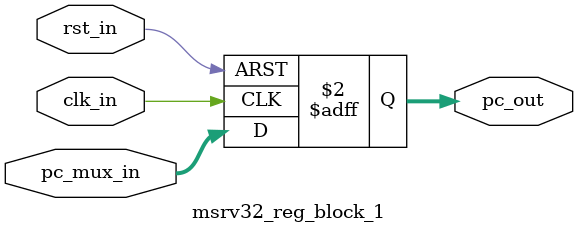
<source format=v>
module msrv32_reg_block_1 (
  input [31:0] pc_mux_in,
  input clk_in, rst_in,
  output reg [31:0] pc_out
);
  
  always @(posedge clk_in or posedge rst_in)
  begin
    if (rst_in)
      pc_out <= 32'b0;
    else
      pc_out <= pc_mux_in;
  end
  
endmodule

</source>
